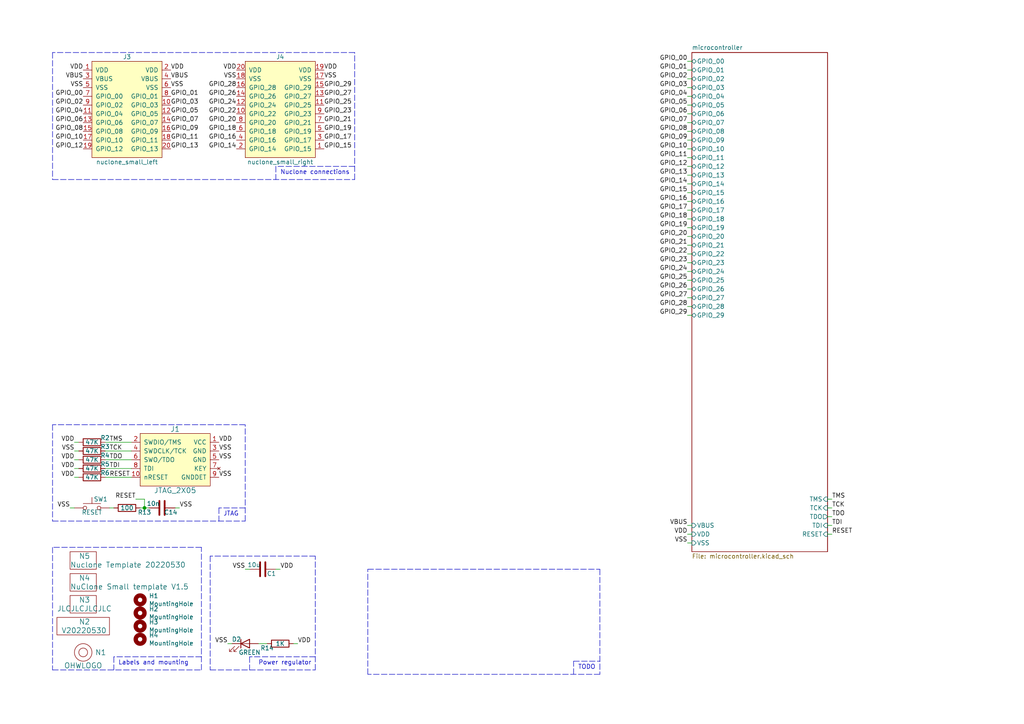
<source format=kicad_sch>
(kicad_sch (version 20211123) (generator eeschema)
  (paper "A4")
  (lib_symbols
    (symbol "Device:C" (pin_numbers hide) (pin_names (offset 0.254))
      (property "Reference" "C" (at 0.635 2.54 0))
      (property "Value" "C" (at 0.635 -2.54 0))
      (symbol "C_0_1"
        (polyline (pts (xy -2.032 -0.762) (xy 2.032 -0.762)) (stroke (width 0.508)))
        (polyline (pts (xy -2.032 0.762) (xy 2.032 0.762)) (stroke (width 0.508)))
      )
      (symbol "C_1_1"
        (pin passive line (at 0 3.81 270) (length 2.794) (name "~") (number "1"))
        (pin passive line (at 0 -3.81 90) (length 2.794) (name "~") (number "2"))
      )
    )
    (symbol "Device:LED" (pin_numbers hide) (pin_names (offset 1.016) hide)
      (property "Reference" "D" (at 0 2.54 0))
      (property "Value" "LED" (at 0 -2.54 0))
      (symbol "LED_0_1"
        (polyline (pts (xy -1.27 -1.27) (xy -1.27 1.27)) (stroke (width 0.254)))
        (polyline (pts (xy -1.27 0) (xy 1.27 0)))
        (polyline (pts (xy 1.27 -1.27) (xy 1.27 1.27) (xy -1.27 0) (xy 1.27 -1.27)) (stroke (width 0.254)))
        (polyline (pts (xy -3.048 -0.762) (xy -4.572 -2.286) (xy -3.81 -2.286) (xy -4.572 -2.286) (xy -4.572 -1.524)))
        (polyline (pts (xy -1.778 -0.762) (xy -3.302 -2.286) (xy -2.54 -2.286) (xy -3.302 -2.286) (xy -3.302 -1.524)))
      )
      (symbol "LED_1_1"
        (pin passive line (at -3.81 0 0) (length 2.54) (name "K") (number "1"))
        (pin passive line (at 3.81 0 180) (length 2.54) (name "A") (number "2"))
      )
    )
    (symbol "Device:R" (pin_numbers hide) (pin_names (offset 0))
      (property "Reference" "R" (at 2.032 0 90))
      (property "Value" "R" (at 0 0 90))
      (symbol "R_0_1"
        (rectangle (start -1.016 -2.54) (end 1.016 2.54) (stroke (width 0.254)))
      )
      (symbol "R_1_1"
        (pin passive line (at 0 3.81 270) (length 1.27) (name "~") (number "1"))
        (pin passive line (at 0 -3.81 90) (length 1.27) (name "~") (number "2"))
      )
    )
    (symbol "Mechanical:MountingHole" (pin_names (offset 1.016))
      (property "Reference" "H" (at 0 5.08 0))
      (property "Value" "MountingHole" (at 0 3.175 0))
      (symbol "MountingHole_0_1"
        (circle (center 0 0) (radius 1.27) (stroke (width 1.27)))
      )
    )
    (symbol "SquantorConnectorsNamed:JTAG_2X05_IN" (pin_names (offset 1.016))
      (property "Reference" "J" (at 0 8.89 0))
      (property "Value" "JTAG_2X05_IN" (at 0 -8.89 0))
      (symbol "JTAG_2X05_IN_0_1"
        (rectangle (start -10.16 7.62) (end 10.16 -7.62) (fill (type background)))
      )
      (symbol "JTAG_2X05_IN_1_1"
        (pin power_in line (at 12.7 5.08 180) (length 2.54) (name "VCC") (number "1"))
        (pin open_collector line (at -12.7 -5.08 0) (length 2.54) (name "nRESET") (number "10"))
        (pin bidirectional line (at -12.7 5.08 0) (length 2.54) (name "SWDIO/TMS") (number "2"))
        (pin power_in line (at 12.7 2.54 180) (length 2.54) (name "GND") (number "3"))
        (pin output line (at -12.7 2.54 0) (length 2.54) (name "SWDCLK/TCK") (number "4"))
        (pin power_in line (at 12.7 0 180) (length 2.54) (name "GND") (number "5"))
        (pin output line (at -12.7 0 0) (length 2.54) (name "SWO/TDO") (number "6"))
        (pin no_connect line (at 12.7 -2.54 180) (length 2.54) (name "KEY") (number "7"))
        (pin input line (at -12.7 -2.54 0) (length 2.54) (name "TDI") (number "8"))
        (pin power_in line (at 12.7 -5.08 180) (length 2.54) (name "GNDDET") (number "9"))
      )
    )
    (symbol "SquantorConnectorsNamed:nuclone_small_left" (pin_names (offset 1.016))
      (property "Reference" "J" (at 0 15.24 0))
      (property "Value" "nuclone_small_left" (at 0 -15.24 0))
      (symbol "nuclone_small_left_0_1"
        (rectangle (start -10.16 13.97) (end 10.16 -13.97) (fill (type background)))
      )
      (symbol "nuclone_small_left_1_1"
        (pin power_in line (at -12.7 11.43 0) (length 2.54) (name "VDD") (number "1"))
        (pin bidirectional line (at 12.7 1.27 180) (length 2.54) (name "GPIO_03") (number "10"))
        (pin bidirectional line (at -12.7 -1.27 0) (length 2.54) (name "GPIO_04") (number "11"))
        (pin bidirectional line (at 12.7 -1.27 180) (length 2.54) (name "GPIO_05") (number "12"))
        (pin bidirectional line (at -12.7 -3.81 0) (length 2.54) (name "GPIO_06") (number "13"))
        (pin bidirectional line (at 12.7 -3.81 180) (length 2.54) (name "GPIO_07") (number "14"))
        (pin bidirectional line (at -12.7 -6.35 0) (length 2.54) (name "GPIO_08") (number "15"))
        (pin bidirectional line (at 12.7 -6.35 180) (length 2.54) (name "GPIO_09") (number "16"))
        (pin bidirectional line (at -12.7 -8.89 0) (length 2.54) (name "GPIO_10") (number "17"))
        (pin bidirectional line (at 12.7 -8.89 180) (length 2.54) (name "GPIO_11") (number "18"))
        (pin bidirectional line (at -12.7 -11.43 0) (length 2.54) (name "GPIO_12") (number "19"))
        (pin power_in line (at 12.7 11.43 180) (length 2.54) (name "VDD") (number "2"))
        (pin bidirectional line (at 12.7 -11.43 180) (length 2.54) (name "GPIO_13") (number "20"))
        (pin power_in line (at -12.7 8.89 0) (length 2.54) (name "VBUS") (number "3"))
        (pin power_in line (at 12.7 8.89 180) (length 2.54) (name "VBUS") (number "4"))
        (pin power_in line (at -12.7 6.35 0) (length 2.54) (name "VSS") (number "5"))
        (pin power_in line (at 12.7 6.35 180) (length 2.54) (name "VSS") (number "6"))
        (pin bidirectional line (at -12.7 3.81 0) (length 2.54) (name "GPIO_00") (number "7"))
        (pin bidirectional line (at 12.7 3.81 180) (length 2.54) (name "GPIO_01") (number "8"))
        (pin bidirectional line (at -12.7 1.27 0) (length 2.54) (name "GPIO_02") (number "9"))
      )
    )
    (symbol "SquantorConnectorsNamed:nuclone_small_right" (pin_names (offset 1.016))
      (property "Reference" "J" (at 0 -15.24 0))
      (property "Value" "nuclone_small_right" (at 0 15.24 0))
      (symbol "nuclone_small_right_0_1"
        (rectangle (start 10.16 -13.97) (end -10.16 13.97) (fill (type background)))
      )
      (symbol "nuclone_small_right_1_1"
        (pin bidirectional line (at 12.7 -11.43 180) (length 2.54) (name "GPIO_15") (number "1"))
        (pin bidirectional line (at -12.7 -1.27 0) (length 2.54) (name "GPIO_22") (number "10"))
        (pin bidirectional line (at 12.7 1.27 180) (length 2.54) (name "GPIO_25") (number "11"))
        (pin bidirectional line (at -12.7 1.27 0) (length 2.54) (name "GPIO_24") (number "12"))
        (pin bidirectional line (at 12.7 3.81 180) (length 2.54) (name "GPIO_27") (number "13"))
        (pin bidirectional line (at -12.7 3.81 0) (length 2.54) (name "GPIO_26") (number "14"))
        (pin bidirectional line (at 12.7 6.35 180) (length 2.54) (name "GPIO_29") (number "15"))
        (pin bidirectional line (at -12.7 6.35 0) (length 2.54) (name "GPIO_28") (number "16"))
        (pin power_in line (at 12.7 8.89 180) (length 2.54) (name "VSS") (number "17"))
        (pin power_in line (at -12.7 8.89 0) (length 2.54) (name "VSS") (number "18"))
        (pin power_in line (at 12.7 11.43 180) (length 2.54) (name "VDD") (number "19"))
        (pin bidirectional line (at -12.7 -11.43 0) (length 2.54) (name "GPIO_14") (number "2"))
        (pin power_in line (at -12.7 11.43 0) (length 2.54) (name "VDD") (number "20"))
        (pin bidirectional line (at 12.7 -8.89 180) (length 2.54) (name "GPIO_17") (number "3"))
        (pin bidirectional line (at -12.7 -8.89 0) (length 2.54) (name "GPIO_16") (number "4"))
        (pin bidirectional line (at 12.7 -6.35 180) (length 2.54) (name "GPIO_19") (number "5"))
        (pin bidirectional line (at -12.7 -6.35 0) (length 2.54) (name "GPIO_18") (number "6"))
        (pin bidirectional line (at 12.7 -3.81 180) (length 2.54) (name "GPIO_21") (number "7"))
        (pin bidirectional line (at -12.7 -3.81 0) (length 2.54) (name "GPIO_20") (number "8"))
        (pin bidirectional line (at 12.7 -1.27 180) (length 2.54) (name "GPIO_23") (number "9"))
      )
    )
    (symbol "SquantorLabels:Label" (pin_names (offset 1.016))
      (property "Reference" "N" (at 0 1.27 0))
      (property "Value" "Label" (at 0 -1.27 0))
      (symbol "Label_0_1"
        (rectangle (start -3.81 2.54) (end 3.81 -2.54))
      )
    )
    (symbol "SquantorLabels:OHWLOGO" (pin_names (offset 1.016))
      (property "Reference" "N" (at 0 3.81 0))
      (property "Value" "OHWLOGO" (at 0 -3.81 0))
      (symbol "OHWLOGO_0_1"
        (circle (center 0 0) (radius 1.27))
        (circle (center 0 0) (radius 2.54))
      )
    )
    (symbol "SquantorLabels:VYYYYMMDD" (pin_names (offset 1.016))
      (property "Reference" "N" (at 0 2.54 0))
      (property "Value" "VYYYYMMDD" (at 0 0 0))
      (symbol "VYYYYMMDD_0_1"
        (rectangle (start 7.62 -1.27) (end -7.62 3.81))
      )
    )
    (symbol "Switch:SW_Push" (pin_numbers hide) (pin_names (offset 1.016) hide)
      (property "Reference" "SW" (at 1.27 2.54 0))
      (property "Value" "SW_Push" (at 0 -1.524 0))
      (symbol "SW_Push_0_1"
        (circle (center -2.032 0) (radius 0.508))
        (polyline (pts (xy 0 1.27) (xy 0 3.048)))
        (polyline (pts (xy 2.54 1.27) (xy -2.54 1.27)))
        (circle (center 2.032 0) (radius 0.508))
        (pin passive line (at -5.08 0 0) (length 2.54) (name "1") (number "1"))
        (pin passive line (at 5.08 0 180) (length 2.54) (name "2") (number "2"))
      )
    )
  )
  (junction (at 41.91 147.32))
  (wire (pts (xy 200.66 20.32) (xy 199.39 20.32)))
  (wire (pts (xy 199.39 33.02) (xy 200.66 33.02)))
  (polyline (pts (xy 15.24 151.13) (xy 71.12 151.13)))
  (wire (pts (xy 200.66 35.56) (xy 199.39 35.56)))
  (polyline (pts (xy 106.68 165.1) (xy 173.99 165.1)))
  (polyline (pts (xy 15.24 194.31) (xy 58.42 194.31)))
  (wire (pts (xy 200.66 30.48) (xy 199.39 30.48)))
  (polyline (pts (xy 72.39 190.5) (xy 72.39 194.31)))
  (wire (pts (xy 31.75 147.32) (xy 33.02 147.32)))
  (polyline (pts (xy 80.01 48.26) (xy 80.01 52.07)))
  (wire (pts (xy 30.48 138.43) (xy 38.1 138.43)))
  (polyline (pts (xy 15.24 158.75) (xy 15.24 194.31)))
  (wire (pts (xy 199.39 38.1) (xy 200.66 38.1)))
  (wire (pts (xy 67.31 186.69) (xy 66.04 186.69)))
  (polyline (pts (xy 71.12 151.13) (xy 71.12 123.19)))
  (polyline (pts (xy 71.12 147.32) (xy 63.5 147.32)))
  (wire (pts (xy 30.48 128.27) (xy 38.1 128.27)))
  (polyline (pts (xy 102.87 48.26) (xy 80.01 48.26)))
  (wire (pts (xy 41.91 147.32) (xy 43.18 147.32)))
  (polyline (pts (xy 15.24 52.07) (xy 102.87 52.07)))
  (polyline (pts (xy 60.96 194.31) (xy 91.44 194.31)))
  (polyline (pts (xy 106.68 195.58) (xy 106.68 165.1)))
  (polyline (pts (xy 71.12 123.19) (xy 15.24 123.19)))
  (polyline (pts (xy 173.99 165.1) (xy 173.99 195.58)))
  (wire (pts (xy 199.39 83.82) (xy 200.66 83.82)))
  (wire (pts (xy 22.86 135.89) (xy 21.59 135.89)))
  (wire (pts (xy 30.48 133.35) (xy 38.1 133.35)))
  (polyline (pts (xy 102.87 52.07) (xy 102.87 15.24)))
  (wire (pts (xy 22.86 130.81) (xy 21.59 130.81)))
  (polyline (pts (xy 15.24 123.19) (xy 15.24 151.13)))
  (wire (pts (xy 199.39 73.66) (xy 200.66 73.66)))
  (wire (pts (xy 199.39 88.9) (xy 200.66 88.9)))
  (wire (pts (xy 240.03 144.78) (xy 241.3 144.78)))
  (wire (pts (xy 200.66 76.2) (xy 199.39 76.2)))
  (wire (pts (xy 199.39 152.4) (xy 200.66 152.4)))
  (polyline (pts (xy 15.24 15.24) (xy 15.24 52.07)))
  (wire (pts (xy 21.59 138.43) (xy 22.86 138.43)))
  (wire (pts (xy 30.48 130.81) (xy 38.1 130.81)))
  (polyline (pts (xy 60.96 161.29) (xy 60.96 194.31)))
  (wire (pts (xy 41.91 144.78) (xy 41.91 147.32)))
  (wire (pts (xy 240.03 154.94) (xy 241.3 154.94)))
  (wire (pts (xy 200.66 40.64) (xy 199.39 40.64)))
  (polyline (pts (xy 58.42 190.5) (xy 33.02 190.5)))
  (wire (pts (xy 21.59 133.35) (xy 22.86 133.35)))
  (wire (pts (xy 200.66 55.88) (xy 199.39 55.88)))
  (wire (pts (xy 241.3 147.32) (xy 240.03 147.32)))
  (polyline (pts (xy 91.44 161.29) (xy 60.96 161.29)))
  (wire (pts (xy 240.03 149.86) (xy 241.3 149.86)))
  (polyline (pts (xy 63.5 147.32) (xy 63.5 151.13)))
  (wire (pts (xy 200.66 157.48) (xy 199.39 157.48)))
  (wire (pts (xy 52.07 147.32) (xy 50.8 147.32)))
  (wire (pts (xy 21.59 128.27) (xy 22.86 128.27)))
  (wire (pts (xy 200.66 66.04) (xy 199.39 66.04)))
  (polyline (pts (xy 91.44 190.5) (xy 72.39 190.5)))
  (wire (pts (xy 199.39 78.74) (xy 200.66 78.74)))
  (wire (pts (xy 199.39 68.58) (xy 200.66 68.58)))
  (wire (pts (xy 241.3 152.4) (xy 240.03 152.4)))
  (wire (pts (xy 199.39 48.26) (xy 200.66 48.26)))
  (polyline (pts (xy 102.87 15.24) (xy 15.24 15.24)))
  (wire (pts (xy 199.39 27.94) (xy 200.66 27.94)))
  (wire (pts (xy 20.32 147.32) (xy 21.59 147.32)))
  (polyline (pts (xy 58.42 194.31) (xy 58.42 158.75)))
  (wire (pts (xy 199.39 58.42) (xy 200.66 58.42)))
  (polyline (pts (xy 33.02 190.5) (xy 33.02 194.31)))
  (wire (pts (xy 199.39 22.86) (xy 200.66 22.86)))
  (wire (pts (xy 200.66 71.12) (xy 199.39 71.12)))
  (wire (pts (xy 71.12 165.1) (xy 72.39 165.1)))
  (wire (pts (xy 39.37 144.78) (xy 41.91 144.78)))
  (wire (pts (xy 200.66 45.72) (xy 199.39 45.72)))
  (polyline (pts (xy 166.37 195.58) (xy 166.37 191.77)))
  (wire (pts (xy 80.01 165.1) (xy 81.28 165.1)))
  (wire (pts (xy 199.39 17.78) (xy 200.66 17.78)))
  (wire (pts (xy 200.66 50.8) (xy 199.39 50.8)))
  (wire (pts (xy 200.66 25.4) (xy 199.39 25.4)))
  (wire (pts (xy 86.36 186.69) (xy 85.09 186.69)))
  (polyline (pts (xy 58.42 158.75) (xy 15.24 158.75)))
  (wire (pts (xy 199.39 154.94) (xy 200.66 154.94)))
  (wire (pts (xy 200.66 81.28) (xy 199.39 81.28)))
  (polyline (pts (xy 91.44 194.31) (xy 91.44 161.29)))
  (wire (pts (xy 77.47 186.69) (xy 74.93 186.69)))
  (wire (pts (xy 199.39 43.18) (xy 200.66 43.18)))
  (wire (pts (xy 40.64 147.32) (xy 41.91 147.32)))
  (wire (pts (xy 200.66 91.44) (xy 199.39 91.44)))
  (wire (pts (xy 200.66 60.96) (xy 199.39 60.96)))
  (wire (pts (xy 199.39 53.34) (xy 200.66 53.34)))
  (wire (pts (xy 199.39 63.5) (xy 200.66 63.5)))
  (wire (pts (xy 30.48 135.89) (xy 38.1 135.89)))
  (polyline (pts (xy 173.99 195.58) (xy 106.68 195.58)))
  (polyline (pts (xy 166.37 191.77) (xy 173.99 191.77)))
  (wire (pts (xy 200.66 86.36) (xy 199.39 86.36)))
  (text "Nuclone connections" (at 81.28 50.8 0) (effects (font (size 1.27 1.27)) (justify left bottom)))
  (text "TODO" (at 167.64 194.31 0) (effects (font (size 1.27 1.27)) (justify left bottom)))
  (text "Power regulator" (at 74.93 193.04 0) (effects (font (size 1.27 1.27)) (justify left bottom)))
  (text "Labels and mounting" (at 34.29 193.04 0) (effects (font (size 1.27 1.27)) (justify left bottom)))
  (text "JTAG" (at 64.77 149.86 0) (effects (font (size 1.27 1.27)) (justify left bottom)))
  (label "GPIO_28" (at 68.58 25.4 180))
  (label "GPIO_19" (at 199.39 66.04 180))
  (label "GPIO_15" (at 199.39 55.88 180))
  (label "GPIO_08" (at 199.39 38.1 180))
  (label "GPIO_07" (at 199.39 35.56 180))
  (label "RESET" (at 39.37 144.78 180))
  (label "GPIO_29" (at 93.98 25.4 0))
  (label "GPIO_18" (at 68.58 38.1 180))
  (label "TCK" (at 241.3 147.32 0))
  (label "GPIO_11" (at 49.53 40.64 0))
  (label "VSS" (at 66.04 186.69 180))
  (label "TMS" (at 31.75 128.27 0))
  (label "VDD" (at 93.98 20.32 0))
  (label "GPIO_02" (at 199.39 22.86 180))
  (label "GPIO_19" (at 93.98 38.1 0))
  (label "TMS" (at 241.3 144.78 0))
  (label "GPIO_03" (at 49.53 30.48 0))
  (label "GPIO_09" (at 199.39 40.64 180))
  (label "VDD" (at 68.58 20.32 180))
  (label "VBUS" (at 199.39 152.4 180))
  (label "GPIO_07" (at 49.53 35.56 0))
  (label "GPIO_16" (at 199.39 58.42 180))
  (label "VSS" (at 199.39 157.48 180))
  (label "GPIO_12" (at 24.13 43.18 180))
  (label "GPIO_23" (at 93.98 33.02 0))
  (label "GPIO_16" (at 68.58 40.64 180))
  (label "GPIO_02" (at 24.13 30.48 180))
  (label "GPIO_10" (at 24.13 40.64 180))
  (label "GPIO_26" (at 68.58 27.94 180))
  (label "VSS" (at 52.07 147.32 0))
  (label "GPIO_13" (at 49.53 43.18 0))
  (label "VDD" (at 21.59 133.35 180))
  (label "GPIO_27" (at 93.98 27.94 0))
  (label "VDD" (at 21.59 135.89 180))
  (label "GPIO_25" (at 93.98 30.48 0))
  (label "GPIO_21" (at 93.98 35.56 0))
  (label "GPIO_25" (at 199.39 81.28 180))
  (label "GPIO_11" (at 199.39 45.72 180))
  (label "GPIO_05" (at 199.39 30.48 180))
  (label "GPIO_21" (at 199.39 71.12 180))
  (label "GPIO_20" (at 199.39 68.58 180))
  (label "GPIO_17" (at 199.39 60.96 180))
  (label "VSS" (at 63.5 138.43 0))
  (label "VSS" (at 20.32 147.32 180))
  (label "GPIO_28" (at 199.39 88.9 180))
  (label "GPIO_12" (at 199.39 48.26 180))
  (label "VSS" (at 93.98 22.86 0))
  (label "GPIO_14" (at 199.39 53.34 180))
  (label "GPIO_01" (at 49.53 27.94 0))
  (label "VSS" (at 71.12 165.1 180))
  (label "TDI" (at 241.3 152.4 0))
  (label "VDD" (at 81.28 165.1 0))
  (label "VSS" (at 63.5 130.81 0))
  (label "VDD" (at 49.53 20.32 0))
  (label "VDD" (at 199.39 154.94 180))
  (label "GPIO_09" (at 49.53 38.1 0))
  (label "TCK" (at 31.75 130.81 0))
  (label "VBUS" (at 49.53 22.86 0))
  (label "GPIO_26" (at 199.39 83.82 180))
  (label "TDI" (at 31.75 135.89 0))
  (label "GPIO_15" (at 93.98 43.18 0))
  (label "VSS" (at 49.53 25.4 0))
  (label "GPIO_27" (at 199.39 86.36 180))
  (label "GPIO_14" (at 68.58 43.18 180))
  (label "GPIO_18" (at 199.39 63.5 180))
  (label "GPIO_22" (at 68.58 33.02 180))
  (label "GPIO_00" (at 24.13 27.94 180))
  (label "VDD" (at 21.59 138.43 180))
  (label "GPIO_22" (at 199.39 73.66 180))
  (label "GPIO_17" (at 93.98 40.64 0))
  (label "GPIO_24" (at 68.58 30.48 180))
  (label "GPIO_10" (at 199.39 43.18 180))
  (label "GPIO_24" (at 199.39 78.74 180))
  (label "GPIO_08" (at 24.13 38.1 180))
  (label "GPIO_03" (at 199.39 25.4 180))
  (label "RESET" (at 241.3 154.94 0))
  (label "VDD" (at 24.13 20.32 180))
  (label "VSS" (at 68.58 22.86 180))
  (label "RESET" (at 31.75 138.43 0))
  (label "TDO" (at 241.3 149.86 0))
  (label "VSS" (at 21.59 130.81 180))
  (label "GPIO_04" (at 24.13 33.02 180))
  (label "VSS" (at 24.13 25.4 180))
  (label "VSS" (at 63.5 133.35 0))
  (label "GPIO_06" (at 199.39 33.02 180))
  (label "GPIO_20" (at 68.58 35.56 180))
  (label "TDO" (at 31.75 133.35 0))
  (label "GPIO_06" (at 24.13 35.56 180))
  (label "GPIO_13" (at 199.39 50.8 180))
  (label "VDD" (at 21.59 128.27 180))
  (label "GPIO_00" (at 199.39 17.78 180))
  (label "GPIO_23" (at 199.39 76.2 180))
  (label "GPIO_04" (at 199.39 27.94 180))
  (label "GPIO_29" (at 199.39 91.44 180))
  (label "GPIO_05" (at 49.53 33.02 0))
  (label "VDD" (at 86.36 186.69 0))
  (label "VBUS" (at 24.13 22.86 180))
  (label "VDD" (at 63.5 128.27 0))
  (label "GPIO_01" (at 199.39 20.32 180))
  (symbol (lib_id "SquantorLabels:OHWLOGO") (at 24.13 189.23 0) (unit 1)
    (property "Reference" "N1" (at 29.21 189.23 0) (effects (font (size 1.524 1.524))))
    (property "Value" "OHWLOGO" (at 24.13 193.04 0) (effects (font (size 1.524 1.524))))
    (property "Footprint" "Symbol:OSHW-Symbol_6.7x6mm_SilkScreen" (effects hide))
  )
  (symbol (lib_id "SquantorConnectorsNamed:JTAG_2X05_IN") (at 50.8 133.35 0) (unit 1)
    (property "Reference" "J1" (at 50.8 124.46 0) (effects (font (size 1.524 1.524))))
    (property "Value" "JTAG_2X05" (at 50.8 142.24 0) (effects (font (size 1.524 1.524))))
    (property "Footprint" "SquantorConnectors:Header-0127-2X05-H006" (effects hide))
  )
  (symbol (lib_id "Mechanical:MountingHole") (at 40.64 185.42 0) (unit 1)
    (property "Reference" "H4" (at 43.18 184.2516 0) (effects (justify left)))
    (property "Value" "MountingHole" (at 43.18 186.563 0) (effects (justify left)))
    (property "Footprint" "MountingHole:MountingHole_3.2mm_M3_Pad_Via" (effects hide))
  )
  (symbol (lib_id "Mechanical:MountingHole") (at 40.64 181.61 0) (unit 1)
    (property "Reference" "H3" (at 43.18 180.4416 0) (effects (justify left)))
    (property "Value" "MountingHole" (at 43.18 182.753 0) (effects (justify left)))
    (property "Footprint" "MountingHole:MountingHole_3.2mm_M3_Pad_Via" (effects hide))
  )
  (symbol (lib_id "Mechanical:MountingHole") (at 40.64 177.8 0) (unit 1)
    (property "Reference" "H2" (at 43.18 176.6316 0) (effects (justify left)))
    (property "Value" "MountingHole" (at 43.18 178.943 0) (effects (justify left)))
    (property "Footprint" "MountingHole:MountingHole_3.2mm_M3_Pad_Via" (effects hide))
  )
  (symbol (lib_id "Mechanical:MountingHole") (at 40.64 173.99 0) (unit 1)
    (property "Reference" "H1" (at 43.18 172.8216 0) (effects (justify left)))
    (property "Value" "MountingHole" (at 43.18 175.133 0) (effects (justify left)))
    (property "Footprint" "MountingHole:MountingHole_3.2mm_M3_Pad_Via" (effects hide))
  )
  (symbol (lib_id "SquantorLabels:VYYYYMMDD") (at 24.13 182.88 0) (unit 1)
    (property "Reference" "N2" (at 22.86 180.34 0) (effects (font (size 1.524 1.524)) (justify left)))
    (property "Value" "V20220530" (at 17.78 182.88 0) (effects (font (size 1.524 1.524)) (justify left)))
    (property "Footprint" "SquantorLabels:Label_Generic" (effects hide))
  )
  (symbol (lib_id "Device:C") (at 76.2 165.1 270) (unit 1)
    (property "Reference" "C1" (at 78.74 166.37 90))
    (property "Value" "10u" (at 73.66 163.83 90))
    (property "Footprint" "SquantorRcl:C_0603" (effects hide))
  )
  (symbol (lib_id "SquantorConnectorsNamed:nuclone_small_left") (at 36.83 31.75 0) (unit 1)
    (property "Reference" "J3" (at 36.83 16.51 0))
    (property "Value" "nuclone_small_left" (at 36.83 46.99 0))
    (property "Footprint" "SquantorConnectorsNamed:nuclone_small_left_stacked" (effects hide))
  )
  (symbol (lib_id "SquantorConnectorsNamed:nuclone_small_right") (at 81.28 31.75 0) (unit 1)
    (property "Reference" "J4" (at 81.28 16.51 0))
    (property "Value" "nuclone_small_right" (at 81.28 46.99 0))
    (property "Footprint" "SquantorConnectorsNamed:nuclone_small_right_stacked" (effects hide))
  )
  (symbol (lib_id "SquantorLabels:Label") (at 24.13 175.26 0) (unit 1)
    (property "Reference" "N3" (at 22.86 173.99 0) (effects (font (size 1.524 1.524)) (justify left)))
    (property "Value" "JLCJLCJLCJLC" (at 16.51 176.53 0) (effects (font (size 1.524 1.524)) (justify left)))
    (property "Footprint" "SquantorLabels:Label_Generic" (effects hide))
  )
  (symbol (lib_id "Switch:SW_Push") (at 26.67 147.32 0) (unit 1)
    (property "Reference" "SW1" (at 29.21 144.78 0))
    (property "Value" "RESET" (at 26.67 148.59 0))
    (property "Footprint" "SquantorSwitches:TD-85XU" (effects hide))
  )
  (symbol (lib_id "Device:R") (at 26.67 128.27 270) (unit 1)
    (property "Reference" "R2" (at 30.48 127 90))
    (property "Value" "47K" (at 26.67 128.27 90))
    (property "Footprint" "SquantorRcl:R_0402_hand" (effects hide))
  )
  (symbol (lib_id "Device:R") (at 26.67 130.81 270) (unit 1)
    (property "Reference" "R3" (at 30.48 129.54 90))
    (property "Value" "47K" (at 26.67 130.81 90))
    (property "Footprint" "SquantorRcl:R_0402_hand" (effects hide))
  )
  (symbol (lib_id "Device:R") (at 26.67 133.35 270) (unit 1)
    (property "Reference" "R4" (at 30.48 132.08 90))
    (property "Value" "47K" (at 26.67 133.35 90))
    (property "Footprint" "SquantorRcl:R_0402_hand" (effects hide))
  )
  (symbol (lib_id "Device:R") (at 26.67 135.89 270) (unit 1)
    (property "Reference" "R5" (at 30.48 134.62 90))
    (property "Value" "47K" (at 26.67 135.89 90))
    (property "Footprint" "SquantorRcl:R_0402_hand" (effects hide))
  )
  (symbol (lib_id "Device:R") (at 26.67 138.43 270) (unit 1)
    (property "Reference" "R6" (at 30.48 137.16 90))
    (property "Value" "47K" (at 26.67 138.43 90))
    (property "Footprint" "SquantorRcl:R_0402_hand" (effects hide))
  )
  (symbol (lib_id "SquantorLabels:Label") (at 24.13 168.91 0) (unit 1)
    (property "Reference" "N4" (at 22.86 167.64 0) (effects (font (size 1.524 1.524)) (justify left)))
    (property "Value" "NuClone Small template V1.5" (at 20.32 170.18 0) (effects (font (size 1.524 1.524)) (justify left)))
    (property "Footprint" "SquantorLabels:Label_Generic" (effects hide))
  )
  (symbol (lib_id "Device:R") (at 36.83 147.32 270) (unit 1)
    (property "Reference" "R13" (at 41.91 148.59 90))
    (property "Value" "100" (at 36.83 147.32 90))
    (property "Footprint" "SquantorRcl:R_0402_hand" (effects hide))
  )
  (symbol (lib_id "Device:C") (at 46.99 147.32 270) (unit 1)
    (property "Reference" "C14" (at 49.53 148.59 90))
    (property "Value" "10n" (at 44.45 146.05 90))
    (property "Footprint" "SquantorRcl:C_0402" (effects hide))
  )
  (symbol (lib_id "Device:R") (at 81.28 186.69 90) (unit 1)
    (property "Reference" "R14" (at 77.47 187.96 90))
    (property "Value" "1K" (at 81.28 186.69 90))
    (property "Footprint" "SquantorRcl:R_0402_hand" (effects hide))
  )
  (symbol (lib_id "Device:LED") (at 71.12 186.69 0) (unit 1)
    (property "Reference" "D2" (at 68.58 185.42 0))
    (property "Value" "GREEN" (at 72.39 189.23 0))
    (property "Footprint" "SquantorDiodes:LED_0603_hand" (effects hide))
  )
  (symbol (lib_id "SquantorLabels:Label") (at 24.13 162.56 0) (unit 1)
    (property "Reference" "N5" (at 22.86 161.29 0) (effects (font (size 1.524 1.524)) (justify left)))
    (property "Value" "Nuclone Template 20220530" (at 20.32 163.83 0) (effects (font (size 1.524 1.524)) (justify left)))
    (property "Footprint" "SquantorLabels:Label_Generic" (effects hide))
  )
  (sheet (at 200.66 15.24) (size 39.37 144.78)
    (property "Sheet name" "microcontroller" (at 200.66 14.5284 0) (effects (justify left bottom)))
    (property "Sheet file" "microcontroller.kicad_sch" (at 200.66 160.6046 0) (effects (justify left top)))
    (pin "VSS" input (at 200.66 157.48 180))
    (pin "VDD" input (at 200.66 154.94 180))
    (pin "TMS" input (at 240.03 144.78 0))
    (pin "TCK" input (at 240.03 147.32 0))
    (pin "TDI" input (at 240.03 152.4 0))
    (pin "TDO" output (at 240.03 149.86 0))
    (pin "RESET" input (at 240.03 154.94 0))
    (pin "GPIO_00" bidirectional (at 200.66 17.78 180))
    (pin "GPIO_01" bidirectional (at 200.66 20.32 180))
    (pin "GPIO_02" bidirectional (at 200.66 22.86 180))
    (pin "GPIO_03" bidirectional (at 200.66 25.4 180))
    (pin "GPIO_04" bidirectional (at 200.66 27.94 180))
    (pin "GPIO_05" bidirectional (at 200.66 30.48 180))
    (pin "GPIO_06" bidirectional (at 200.66 33.02 180))
    (pin "GPIO_07" bidirectional (at 200.66 35.56 180))
    (pin "GPIO_08" bidirectional (at 200.66 38.1 180))
    (pin "GPIO_09" bidirectional (at 200.66 40.64 180))
    (pin "GPIO_10" bidirectional (at 200.66 43.18 180))
    (pin "GPIO_11" bidirectional (at 200.66 45.72 180))
    (pin "GPIO_12" bidirectional (at 200.66 48.26 180))
    (pin "GPIO_13" bidirectional (at 200.66 50.8 180))
    (pin "GPIO_14" bidirectional (at 200.66 53.34 180))
    (pin "GPIO_15" bidirectional (at 200.66 55.88 180))
    (pin "GPIO_16" bidirectional (at 200.66 58.42 180))
    (pin "GPIO_17" bidirectional (at 200.66 60.96 180))
    (pin "GPIO_18" bidirectional (at 200.66 63.5 180))
    (pin "GPIO_19" bidirectional (at 200.66 66.04 180))
    (pin "GPIO_20" bidirectional (at 200.66 68.58 180))
    (pin "GPIO_21" bidirectional (at 200.66 71.12 180))
    (pin "GPIO_22" bidirectional (at 200.66 73.66 180))
    (pin "GPIO_23" bidirectional (at 200.66 76.2 180))
    (pin "GPIO_24" bidirectional (at 200.66 78.74 180))
    (pin "GPIO_25" bidirectional (at 200.66 81.28 180))
    (pin "GPIO_26" bidirectional (at 200.66 83.82 180))
    (pin "GPIO_27" bidirectional (at 200.66 86.36 180))
    (pin "GPIO_28" bidirectional (at 200.66 88.9 180))
    (pin "GPIO_29" bidirectional (at 200.66 91.44 180))
    (pin "VBUS" input (at 200.66 152.4 180))
  )
)
</source>
